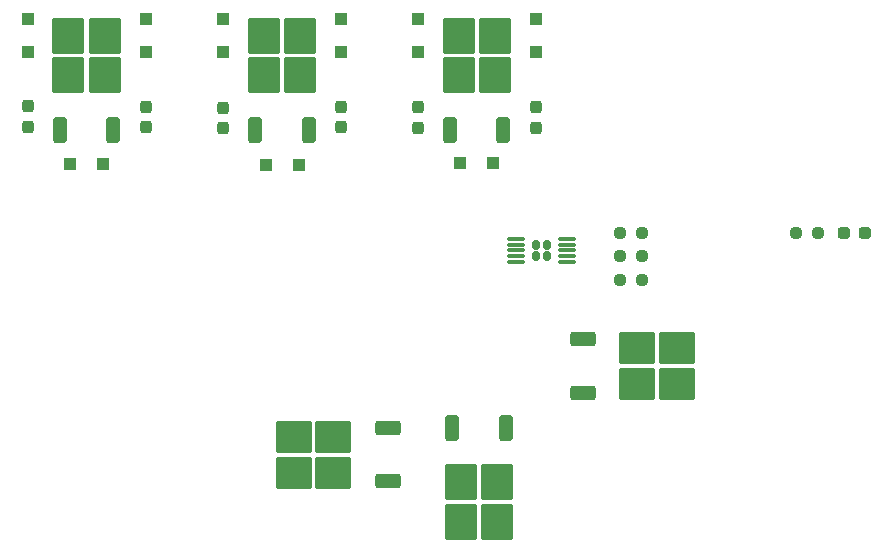
<source format=gbr>
%TF.GenerationSoftware,KiCad,Pcbnew,7.0.1-0*%
%TF.CreationDate,2023-05-23T14:08:40+09:00*%
%TF.ProjectId,Transformation,5472616e-7366-46f7-926d-6174696f6e2e,rev?*%
%TF.SameCoordinates,Original*%
%TF.FileFunction,Paste,Top*%
%TF.FilePolarity,Positive*%
%FSLAX46Y46*%
G04 Gerber Fmt 4.6, Leading zero omitted, Abs format (unit mm)*
G04 Created by KiCad (PCBNEW 7.0.1-0) date 2023-05-23 14:08:40*
%MOMM*%
%LPD*%
G01*
G04 APERTURE LIST*
G04 Aperture macros list*
%AMRoundRect*
0 Rectangle with rounded corners*
0 $1 Rounding radius*
0 $2 $3 $4 $5 $6 $7 $8 $9 X,Y pos of 4 corners*
0 Add a 4 corners polygon primitive as box body*
4,1,4,$2,$3,$4,$5,$6,$7,$8,$9,$2,$3,0*
0 Add four circle primitives for the rounded corners*
1,1,$1+$1,$2,$3*
1,1,$1+$1,$4,$5*
1,1,$1+$1,$6,$7*
1,1,$1+$1,$8,$9*
0 Add four rect primitives between the rounded corners*
20,1,$1+$1,$2,$3,$4,$5,0*
20,1,$1+$1,$4,$5,$6,$7,0*
20,1,$1+$1,$6,$7,$8,$9,0*
20,1,$1+$1,$8,$9,$2,$3,0*%
G04 Aperture macros list end*
%ADD10RoundRect,0.237500X0.237500X-0.300000X0.237500X0.300000X-0.237500X0.300000X-0.237500X-0.300000X0*%
%ADD11RoundRect,0.250000X-0.350000X0.850000X-0.350000X-0.850000X0.350000X-0.850000X0.350000X0.850000X0*%
%ADD12RoundRect,0.250000X-1.125000X1.275000X-1.125000X-1.275000X1.125000X-1.275000X1.125000X1.275000X0*%
%ADD13RoundRect,0.237500X0.287500X0.237500X-0.287500X0.237500X-0.287500X-0.237500X0.287500X-0.237500X0*%
%ADD14RoundRect,0.250000X-0.850000X-0.350000X0.850000X-0.350000X0.850000X0.350000X-0.850000X0.350000X0*%
%ADD15RoundRect,0.250000X-1.275000X-1.125000X1.275000X-1.125000X1.275000X1.125000X-1.275000X1.125000X0*%
%ADD16RoundRect,0.250000X0.350000X-0.850000X0.350000X0.850000X-0.350000X0.850000X-0.350000X-0.850000X0*%
%ADD17RoundRect,0.250000X1.125000X-1.275000X1.125000X1.275000X-1.125000X1.275000X-1.125000X-1.275000X0*%
%ADD18RoundRect,0.250000X0.850000X0.350000X-0.850000X0.350000X-0.850000X-0.350000X0.850000X-0.350000X0*%
%ADD19RoundRect,0.250000X1.275000X1.125000X-1.275000X1.125000X-1.275000X-1.125000X1.275000X-1.125000X0*%
%ADD20RoundRect,0.237500X-0.250000X-0.237500X0.250000X-0.237500X0.250000X0.237500X-0.250000X0.237500X0*%
%ADD21RoundRect,0.250000X0.300000X-0.300000X0.300000X0.300000X-0.300000X0.300000X-0.300000X-0.300000X0*%
%ADD22RoundRect,0.237500X0.250000X0.237500X-0.250000X0.237500X-0.250000X-0.237500X0.250000X-0.237500X0*%
%ADD23RoundRect,0.250000X-0.300000X0.300000X-0.300000X-0.300000X0.300000X-0.300000X0.300000X0.300000X0*%
%ADD24RoundRect,0.250000X-0.300000X-0.300000X0.300000X-0.300000X0.300000X0.300000X-0.300000X0.300000X0*%
%ADD25RoundRect,0.175000X0.175000X0.225000X-0.175000X0.225000X-0.175000X-0.225000X0.175000X-0.225000X0*%
%ADD26RoundRect,0.075000X0.662500X0.075000X-0.662500X0.075000X-0.662500X-0.075000X0.662500X-0.075000X0*%
G04 APERTURE END LIST*
D10*
%TO.C,C9*%
X167100492Y-87044344D03*
X167100492Y-85319344D03*
%TD*%
%TO.C,C6*%
X150600492Y-87034344D03*
X150600492Y-85309344D03*
%TD*%
%TO.C,C5*%
X140600492Y-87071844D03*
X140600492Y-85346844D03*
%TD*%
%TO.C,C4*%
X157100492Y-87044344D03*
X157100492Y-85319344D03*
%TD*%
%TO.C,C3*%
X124100492Y-86959344D03*
X124100492Y-85234344D03*
%TD*%
%TO.C,C2*%
X134100492Y-86996844D03*
X134100492Y-85271844D03*
%TD*%
D11*
%TO.C,Q2*%
X164600492Y-112449344D03*
D12*
X163845492Y-117074344D03*
X160795492Y-117074344D03*
X163845492Y-120424344D03*
X160795492Y-120424344D03*
D11*
X160040492Y-112449344D03*
%TD*%
D13*
%TO.C,D10*%
X194975492Y-95949344D03*
X193225492Y-95949344D03*
%TD*%
D14*
%TO.C,Q1*%
X171100492Y-104949344D03*
D15*
X175725492Y-105704344D03*
X175725492Y-108754344D03*
X179075492Y-105704344D03*
X179075492Y-108754344D03*
D14*
X171100492Y-109509344D03*
%TD*%
D16*
%TO.C,U3*%
X159820492Y-87259344D03*
D17*
X160575492Y-82634344D03*
X163625492Y-82634344D03*
X160575492Y-79284344D03*
X163625492Y-79284344D03*
D16*
X164380492Y-87259344D03*
%TD*%
%TO.C,U1*%
X126795492Y-87259344D03*
D17*
X127550492Y-82634344D03*
X130600492Y-82634344D03*
X127550492Y-79284344D03*
X130600492Y-79284344D03*
D16*
X131355492Y-87259344D03*
%TD*%
D18*
%TO.C,Q3*%
X154600492Y-117009344D03*
D19*
X149975492Y-116254344D03*
X149975492Y-113204344D03*
X146625492Y-116254344D03*
X146625492Y-113204344D03*
D18*
X154600492Y-112449344D03*
%TD*%
D20*
%TO.C,R3*%
X189187992Y-95949344D03*
X191012992Y-95949344D03*
%TD*%
D21*
%TO.C,D2*%
X124100492Y-80674344D03*
X124100492Y-77874344D03*
%TD*%
%TO.C,D5*%
X140600492Y-80674344D03*
X140600492Y-77874344D03*
%TD*%
D22*
%TO.C,R4*%
X176100492Y-97949344D03*
X174275492Y-97949344D03*
%TD*%
D23*
%TO.C,D4*%
X150600492Y-77874344D03*
X150600492Y-80674344D03*
%TD*%
D21*
%TO.C,D3*%
X157100492Y-80674344D03*
X157100492Y-77874344D03*
%TD*%
D23*
%TO.C,D1*%
X134100492Y-77874344D03*
X134100492Y-80674344D03*
%TD*%
%TO.C,D6*%
X167100492Y-77874344D03*
X167100492Y-80674344D03*
%TD*%
D24*
%TO.C,D7*%
X127700492Y-90134344D03*
X130500492Y-90134344D03*
%TD*%
D16*
%TO.C,U2*%
X143320492Y-87249344D03*
D17*
X144075492Y-82624344D03*
X147125492Y-82624344D03*
X144075492Y-79274344D03*
X147125492Y-79274344D03*
D16*
X147880492Y-87249344D03*
%TD*%
D24*
%TO.C,D8*%
X144300492Y-90209344D03*
X147100492Y-90209344D03*
%TD*%
D22*
%TO.C,R1*%
X176100492Y-99949344D03*
X174275492Y-99949344D03*
%TD*%
D24*
%TO.C,D9*%
X160700492Y-90059344D03*
X163500492Y-90059344D03*
%TD*%
D25*
%TO.C,U4*%
X168030492Y-97944344D03*
X168030492Y-96954344D03*
X167170492Y-97944344D03*
X167170492Y-96954344D03*
D26*
X169762992Y-98449344D03*
X169762992Y-97949344D03*
X169762992Y-97449344D03*
X169762992Y-96949344D03*
X169762992Y-96449344D03*
X165437992Y-96449344D03*
X165437992Y-96949344D03*
X165437992Y-97449344D03*
X165437992Y-97949344D03*
X165437992Y-98449344D03*
%TD*%
D20*
%TO.C,R2*%
X174275492Y-95949344D03*
X176100492Y-95949344D03*
%TD*%
M02*

</source>
